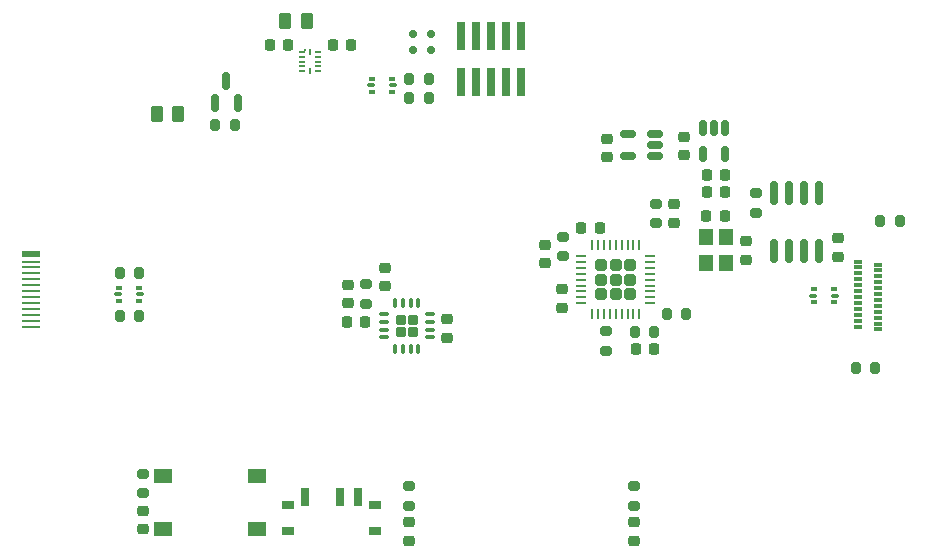
<source format=gbr>
%TF.GenerationSoftware,KiCad,Pcbnew,9.0.1+1*%
%TF.CreationDate,2025-09-07T19:59:54+00:00*%
%TF.ProjectId,ZSWatch-Dock,5a535761-7463-4682-9d44-6f636b2e6b69,+ (Unreleased)*%
%TF.SameCoordinates,Original*%
%TF.FileFunction,Paste,Top*%
%TF.FilePolarity,Positive*%
%FSLAX46Y46*%
G04 Gerber Fmt 4.6, Leading zero omitted, Abs format (unit mm)*
G04 Created by KiCad (PCBNEW 9.0.1+1) date 2025-09-07 19:59:54*
%MOMM*%
%LPD*%
G01*
G04 APERTURE LIST*
G04 Aperture macros list*
%AMRoundRect*
0 Rectangle with rounded corners*
0 $1 Rounding radius*
0 $2 $3 $4 $5 $6 $7 $8 $9 X,Y pos of 4 corners*
0 Add a 4 corners polygon primitive as box body*
4,1,4,$2,$3,$4,$5,$6,$7,$8,$9,$2,$3,0*
0 Add four circle primitives for the rounded corners*
1,1,$1+$1,$2,$3*
1,1,$1+$1,$4,$5*
1,1,$1+$1,$6,$7*
1,1,$1+$1,$8,$9*
0 Add four rect primitives between the rounded corners*
20,1,$1+$1,$2,$3,$4,$5,0*
20,1,$1+$1,$4,$5,$6,$7,0*
20,1,$1+$1,$6,$7,$8,$9,0*
20,1,$1+$1,$8,$9,$2,$3,0*%
G04 Aperture macros list end*
%ADD10RoundRect,0.212500X0.212500X0.212500X-0.212500X0.212500X-0.212500X-0.212500X0.212500X-0.212500X0*%
%ADD11RoundRect,0.075000X0.350000X0.075000X-0.350000X0.075000X-0.350000X-0.075000X0.350000X-0.075000X0*%
%ADD12RoundRect,0.075000X0.075000X0.350000X-0.075000X0.350000X-0.075000X-0.350000X0.075000X-0.350000X0*%
%ADD13RoundRect,0.150000X-0.200000X0.150000X-0.200000X-0.150000X0.200000X-0.150000X0.200000X0.150000X0*%
%ADD14RoundRect,0.200000X0.275000X-0.200000X0.275000X0.200000X-0.275000X0.200000X-0.275000X-0.200000X0*%
%ADD15RoundRect,0.150000X-0.150000X0.512500X-0.150000X-0.512500X0.150000X-0.512500X0.150000X0.512500X0*%
%ADD16RoundRect,0.225000X0.250000X-0.225000X0.250000X0.225000X-0.250000X0.225000X-0.250000X-0.225000X0*%
%ADD17RoundRect,0.225000X-0.225000X-0.250000X0.225000X-0.250000X0.225000X0.250000X-0.225000X0.250000X0*%
%ADD18RoundRect,0.200000X0.200000X0.275000X-0.200000X0.275000X-0.200000X-0.275000X0.200000X-0.275000X0*%
%ADD19R,0.700000X0.300000*%
%ADD20RoundRect,0.250000X0.262500X0.450000X-0.262500X0.450000X-0.262500X-0.450000X0.262500X-0.450000X0*%
%ADD21RoundRect,0.150000X-0.150000X0.825000X-0.150000X-0.825000X0.150000X-0.825000X0.150000X0.825000X0*%
%ADD22RoundRect,0.200000X-0.200000X-0.275000X0.200000X-0.275000X0.200000X0.275000X-0.200000X0.275000X0*%
%ADD23R,1.500000X1.300000*%
%ADD24RoundRect,0.225000X-0.250000X0.225000X-0.250000X-0.225000X0.250000X-0.225000X0.250000X0.225000X0*%
%ADD25RoundRect,0.150000X0.200000X-0.150000X0.200000X0.150000X-0.200000X0.150000X-0.200000X-0.150000X0*%
%ADD26RoundRect,0.200000X-0.275000X0.200000X-0.275000X-0.200000X0.275000X-0.200000X0.275000X0.200000X0*%
%ADD27RoundRect,0.093750X0.156250X0.093750X-0.156250X0.093750X-0.156250X-0.093750X0.156250X-0.093750X0*%
%ADD28RoundRect,0.075000X0.250000X0.075000X-0.250000X0.075000X-0.250000X-0.075000X0.250000X-0.075000X0*%
%ADD29RoundRect,0.150000X0.150000X-0.587500X0.150000X0.587500X-0.150000X0.587500X-0.150000X-0.587500X0*%
%ADD30RoundRect,0.093750X-0.156250X-0.093750X0.156250X-0.093750X0.156250X0.093750X-0.156250X0.093750X0*%
%ADD31RoundRect,0.075000X-0.250000X-0.075000X0.250000X-0.075000X0.250000X0.075000X-0.250000X0.075000X0*%
%ADD32RoundRect,0.225000X0.225000X0.250000X-0.225000X0.250000X-0.225000X-0.250000X0.225000X-0.250000X0*%
%ADD33R,1.200000X1.400000*%
%ADD34RoundRect,0.247500X-0.247500X0.247500X-0.247500X-0.247500X0.247500X-0.247500X0.247500X0.247500X0*%
%ADD35RoundRect,0.062500X-0.062500X0.350000X-0.062500X-0.350000X0.062500X-0.350000X0.062500X0.350000X0*%
%ADD36RoundRect,0.062500X-0.350000X0.062500X-0.350000X-0.062500X0.350000X-0.062500X0.350000X0.062500X0*%
%ADD37RoundRect,0.218750X0.256250X-0.218750X0.256250X0.218750X-0.256250X0.218750X-0.256250X-0.218750X0*%
%ADD38R,1.000000X0.800000*%
%ADD39R,0.700000X1.500000*%
%ADD40R,1.500000X0.250000*%
%ADD41R,1.500000X0.500000*%
%ADD42R,0.740000X2.400000*%
%ADD43RoundRect,0.250000X-0.262500X-0.450000X0.262500X-0.450000X0.262500X0.450000X-0.262500X0.450000X0*%
%ADD44R,0.600000X0.200000*%
%ADD45R,0.150000X0.250000*%
%ADD46R,0.200000X0.600000*%
%ADD47RoundRect,0.150000X0.512500X0.150000X-0.512500X0.150000X-0.512500X-0.150000X0.512500X-0.150000X0*%
G04 APERTURE END LIST*
D10*
%TO.C,IC403*%
X201000000Y-151550000D03*
X201000000Y-150500000D03*
X199950000Y-151550000D03*
X199950000Y-150500000D03*
D11*
X202425000Y-152000000D03*
X202425000Y-151350000D03*
X202425000Y-150700000D03*
X202425000Y-150050000D03*
D12*
X201450000Y-149075000D03*
X200800000Y-149075000D03*
X200150000Y-149075000D03*
X199500000Y-149075000D03*
D11*
X198525000Y-150050000D03*
X198525000Y-150700000D03*
X198525000Y-151350000D03*
X198525000Y-152000000D03*
D12*
X199500000Y-152975000D03*
X200150000Y-152975000D03*
X200800000Y-152975000D03*
X201450000Y-152975000D03*
%TD*%
D13*
%TO.C,D402*%
X202500000Y-127700000D03*
X202500000Y-126300000D03*
%TD*%
D14*
%TO.C,R407*%
X219700000Y-166225000D03*
X219700000Y-164575000D03*
%TD*%
D15*
%TO.C,IC404*%
X227425000Y-134225000D03*
X226475000Y-134225000D03*
X225525000Y-134225000D03*
X225525000Y-136500000D03*
X227425000Y-136500000D03*
%TD*%
D16*
%TO.C,C407*%
X203900000Y-152025000D03*
X203900000Y-150475000D03*
%TD*%
D17*
%TO.C,C414*%
X219850000Y-153000000D03*
X221400000Y-153000000D03*
%TD*%
D18*
%TO.C,R409*%
X242225000Y-142100000D03*
X240575000Y-142100000D03*
%TD*%
D19*
%TO.C,X403*%
X238705000Y-151070000D03*
X238705000Y-150570000D03*
X238705000Y-150070000D03*
X238705000Y-149570000D03*
X238705000Y-149070000D03*
X238705000Y-148570000D03*
X238705000Y-148070000D03*
X238705000Y-147570000D03*
X238705000Y-147070000D03*
X238705000Y-146570000D03*
X238705000Y-146070000D03*
X238705000Y-145570000D03*
X240405000Y-145820000D03*
X240405000Y-146320000D03*
X240405000Y-146820000D03*
X240405000Y-147320000D03*
X240405000Y-147820000D03*
X240405000Y-148320000D03*
X240405000Y-148820000D03*
X240405000Y-149320000D03*
X240405000Y-149820000D03*
X240405000Y-150320000D03*
X240405000Y-150820000D03*
X240405000Y-151320000D03*
%TD*%
D18*
%TO.C,R410*%
X240125000Y-154600000D03*
X238475000Y-154600000D03*
%TD*%
D14*
%TO.C,R421*%
X200700000Y-166225000D03*
X200700000Y-164575000D03*
%TD*%
%TO.C,R413*%
X217300000Y-153125000D03*
X217300000Y-151475000D03*
%TD*%
D16*
%TO.C,C417*%
X223125000Y-142275000D03*
X223125000Y-140725000D03*
%TD*%
D20*
%TO.C,R418*%
X181112500Y-133100000D03*
X179287500Y-133100000D03*
%TD*%
D18*
%TO.C,R416*%
X177800000Y-150200000D03*
X176150000Y-150200000D03*
%TD*%
D21*
%TO.C,IC409*%
X235405000Y-139750000D03*
X234135000Y-139750000D03*
X232865000Y-139750000D03*
X231595000Y-139750000D03*
X231595000Y-144700000D03*
X232865000Y-144700000D03*
X234135000Y-144700000D03*
X235405000Y-144700000D03*
%TD*%
D16*
%TO.C,C408*%
X223925000Y-136575000D03*
X223925000Y-135025000D03*
%TD*%
D22*
%TO.C,R420*%
X184275000Y-134000000D03*
X185925000Y-134000000D03*
%TD*%
D23*
%TO.C,S401*%
X179850000Y-163700000D03*
X179850000Y-168200000D03*
X187800000Y-163700000D03*
X187800000Y-168200000D03*
%TD*%
D22*
%TO.C,R402*%
X200675000Y-130125000D03*
X202325000Y-130125000D03*
%TD*%
D24*
%TO.C,C415*%
X213625000Y-147925000D03*
X213625000Y-149475000D03*
%TD*%
D25*
%TO.C,D401*%
X201000000Y-126300000D03*
X201000000Y-127700000D03*
%TD*%
D26*
%TO.C,R419*%
X230000000Y-139775000D03*
X230000000Y-141425000D03*
%TD*%
D27*
%TO.C,IC408*%
X177829999Y-148875000D03*
D28*
X177904999Y-148337500D03*
D27*
X177829999Y-147800000D03*
X176129999Y-147800000D03*
D28*
X176054999Y-148337500D03*
D27*
X176129999Y-148875000D03*
%TD*%
D29*
%TO.C,Q401*%
X184250000Y-132175000D03*
X186150000Y-132175000D03*
X185200000Y-130300000D03*
%TD*%
D16*
%TO.C,C418*%
X212175000Y-145700000D03*
X212175000Y-144150000D03*
%TD*%
D30*
%TO.C,IC402*%
X197550000Y-130125000D03*
D31*
X197475000Y-130662500D03*
D30*
X197550000Y-131200000D03*
X199250000Y-131200000D03*
D31*
X199325000Y-130662500D03*
D30*
X199250000Y-130125000D03*
%TD*%
D26*
%TO.C,R404*%
X197000000Y-147500000D03*
X197000000Y-149150000D03*
%TD*%
%TO.C,R412*%
X213700000Y-143475000D03*
X213700000Y-145125000D03*
%TD*%
D32*
%TO.C,C409*%
X190400000Y-127200000D03*
X188850000Y-127200000D03*
%TD*%
D30*
%TO.C,IC406*%
X234950000Y-147925000D03*
D31*
X234875000Y-148462500D03*
D30*
X234950000Y-149000000D03*
X236650000Y-149000000D03*
D31*
X236725000Y-148462500D03*
D30*
X236650000Y-147925000D03*
%TD*%
D26*
%TO.C,R401*%
X178125000Y-163525000D03*
X178125000Y-165175000D03*
%TD*%
D33*
%TO.C,Y401*%
X225800000Y-143525000D03*
X225800000Y-145725000D03*
X227500000Y-145725000D03*
X227500000Y-143525000D03*
%TD*%
D16*
%TO.C,C419*%
X237000000Y-145150000D03*
X237000000Y-143600000D03*
%TD*%
D24*
%TO.C,C401*%
X178125000Y-166675000D03*
X178125000Y-168225000D03*
%TD*%
D34*
%TO.C,IC407*%
X219392500Y-145870000D03*
X218162500Y-145870000D03*
X216932500Y-145870000D03*
X219392500Y-147100000D03*
X218162500Y-147100000D03*
X216932500Y-147100000D03*
X219392500Y-148330000D03*
X218162500Y-148330000D03*
X216932500Y-148330000D03*
D35*
X220162500Y-144162500D03*
X219662500Y-144162500D03*
X219162500Y-144162500D03*
X218662500Y-144162500D03*
X218162500Y-144162500D03*
X217662500Y-144162500D03*
X217162500Y-144162500D03*
X216662500Y-144162500D03*
X216162500Y-144162500D03*
D36*
X215225000Y-145100000D03*
X215225000Y-145600000D03*
X215225000Y-146100000D03*
X215225000Y-146600000D03*
X215225000Y-147100000D03*
X215225000Y-147600000D03*
X215225000Y-148100000D03*
X215225000Y-148600000D03*
X215225000Y-149100000D03*
D35*
X216162500Y-150037500D03*
X216662500Y-150037500D03*
X217162500Y-150037500D03*
X217662500Y-150037500D03*
X218162500Y-150037500D03*
X218662500Y-150037500D03*
X219162500Y-150037500D03*
X219662500Y-150037500D03*
X220162500Y-150037500D03*
D36*
X221100000Y-149100000D03*
X221100000Y-148600000D03*
X221100000Y-148100000D03*
X221100000Y-147600000D03*
X221100000Y-147100000D03*
X221100000Y-146600000D03*
X221100000Y-146100000D03*
X221100000Y-145600000D03*
X221100000Y-145100000D03*
%TD*%
D32*
%TO.C,C410*%
X227400000Y-138200000D03*
X225850000Y-138200000D03*
%TD*%
D37*
%TO.C,D404*%
X200700000Y-169187500D03*
X200700000Y-167612500D03*
%TD*%
D38*
%TO.C,SW401*%
X190450000Y-166190000D03*
X190450000Y-168400000D03*
X197750000Y-166190000D03*
X197750000Y-168400000D03*
D39*
X191850000Y-165540000D03*
X194850000Y-165540000D03*
X196350000Y-165540000D03*
%TD*%
D22*
%TO.C,R408*%
X222500000Y-150000000D03*
X224150000Y-150000000D03*
%TD*%
D32*
%TO.C,C411*%
X227400000Y-139700000D03*
X225850000Y-139700000D03*
%TD*%
D40*
%TO.C,X404*%
X168650000Y-151070000D03*
X168650000Y-150570000D03*
X168650000Y-150070000D03*
X168650000Y-149570000D03*
X168650000Y-149070000D03*
X168650000Y-148570000D03*
X168650000Y-148070000D03*
X168650000Y-147570000D03*
X168650000Y-147070000D03*
X168650000Y-146570000D03*
X168650000Y-146070000D03*
X168650000Y-145570000D03*
D41*
X168650000Y-144945000D03*
%TD*%
D17*
%TO.C,C416*%
X215250000Y-142725000D03*
X216800000Y-142725000D03*
%TD*%
D24*
%TO.C,C413*%
X229200000Y-143850000D03*
X229200000Y-145400000D03*
%TD*%
D42*
%TO.C,X401*%
X210180000Y-126500000D03*
X210180000Y-130400000D03*
X208910000Y-126500000D03*
X208910000Y-130400000D03*
X207640000Y-126500000D03*
X207640000Y-130400000D03*
X206370000Y-126500000D03*
X206370000Y-130400000D03*
X205100000Y-126500000D03*
X205100000Y-130400000D03*
%TD*%
D18*
%TO.C,R414*%
X221425000Y-151500000D03*
X219775000Y-151500000D03*
%TD*%
D43*
%TO.C,R405*%
X190200000Y-125200000D03*
X192025000Y-125200000D03*
%TD*%
D44*
%TO.C,IC405*%
X191637500Y-127842500D03*
D45*
X191862500Y-127667500D03*
D44*
X191637500Y-128242500D03*
X191637500Y-128642500D03*
X191637500Y-129042500D03*
X191637500Y-129442500D03*
D46*
X192287500Y-129442500D03*
D44*
X192937500Y-129442500D03*
X192937500Y-129042500D03*
X192937500Y-128642500D03*
X192937500Y-128242500D03*
X192937500Y-127842500D03*
D46*
X192287500Y-127842500D03*
%TD*%
D37*
%TO.C,D403*%
X219700000Y-169187500D03*
X219700000Y-167612500D03*
%TD*%
D22*
%TO.C,R415*%
X176150000Y-146500000D03*
X177800000Y-146500000D03*
%TD*%
D17*
%TO.C,C406*%
X194200000Y-127200000D03*
X195750000Y-127200000D03*
%TD*%
D16*
%TO.C,C403*%
X195500000Y-149100000D03*
X195500000Y-147550000D03*
%TD*%
D14*
%TO.C,R417*%
X221600000Y-142325000D03*
X221600000Y-140675000D03*
%TD*%
D32*
%TO.C,C405*%
X196975000Y-150700000D03*
X195425000Y-150700000D03*
%TD*%
D22*
%TO.C,R403*%
X200675000Y-131700000D03*
X202325000Y-131700000D03*
%TD*%
D16*
%TO.C,C404*%
X198600000Y-147650000D03*
X198600000Y-146100000D03*
%TD*%
D32*
%TO.C,C412*%
X227375000Y-141725000D03*
X225825000Y-141725000D03*
%TD*%
D16*
%TO.C,C402*%
X217450000Y-136725000D03*
X217450000Y-135175000D03*
%TD*%
D47*
%TO.C,IC401*%
X221487500Y-136675000D03*
X221487500Y-135725000D03*
X221487500Y-134775000D03*
X219212500Y-134775000D03*
X219212500Y-136675000D03*
%TD*%
M02*

</source>
